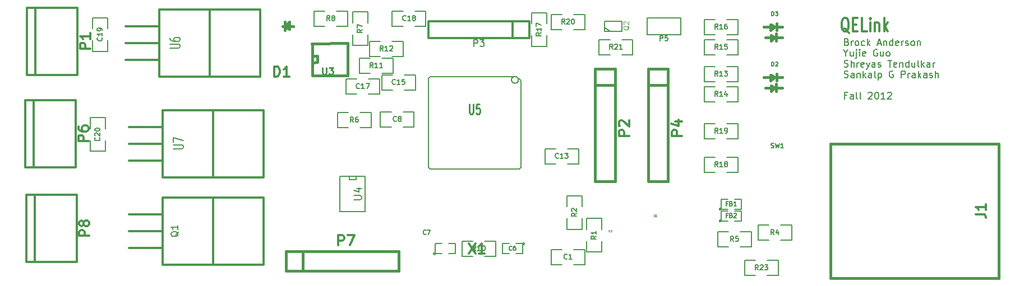
<source format=gto>
G04 (created by PCBNEW-RS274X (2012-01-19 BZR 3256)-stable) date 10/27/2012 1:23:42 PM*
G01*
G70*
G90*
%MOIN*%
G04 Gerber Fmt 3.4, Leading zero omitted, Abs format*
%FSLAX34Y34*%
G04 APERTURE LIST*
%ADD10C,0.006000*%
%ADD11C,0.012000*%
%ADD12C,0.007500*%
%ADD13C,0.008000*%
%ADD14C,0.005000*%
%ADD15C,0.015000*%
%ADD16C,0.010000*%
%ADD17C,0.003000*%
%ADD18C,0.009900*%
%ADD19C,0.006900*%
%ADD20C,0.005900*%
G04 APERTURE END LIST*
G54D10*
G54D11*
X79007Y-32900D02*
X78950Y-32862D01*
X78893Y-32786D01*
X78807Y-32671D01*
X78750Y-32633D01*
X78693Y-32633D01*
X78721Y-32824D02*
X78664Y-32786D01*
X78607Y-32710D01*
X78578Y-32557D01*
X78578Y-32290D01*
X78607Y-32138D01*
X78664Y-32062D01*
X78721Y-32024D01*
X78835Y-32024D01*
X78893Y-32062D01*
X78950Y-32138D01*
X78978Y-32290D01*
X78978Y-32557D01*
X78950Y-32710D01*
X78893Y-32786D01*
X78835Y-32824D01*
X78721Y-32824D01*
X79236Y-32405D02*
X79436Y-32405D01*
X79522Y-32824D02*
X79236Y-32824D01*
X79236Y-32024D01*
X79522Y-32024D01*
X80065Y-32824D02*
X79779Y-32824D01*
X79779Y-32024D01*
X80265Y-32824D02*
X80265Y-32290D01*
X80265Y-32024D02*
X80236Y-32062D01*
X80265Y-32100D01*
X80293Y-32062D01*
X80265Y-32024D01*
X80265Y-32100D01*
X80551Y-32290D02*
X80551Y-32824D01*
X80551Y-32367D02*
X80579Y-32329D01*
X80637Y-32290D01*
X80722Y-32290D01*
X80779Y-32329D01*
X80808Y-32405D01*
X80808Y-32824D01*
X81094Y-32824D02*
X81094Y-32024D01*
X81151Y-32519D02*
X81322Y-32824D01*
X81322Y-32290D02*
X81094Y-32595D01*
G54D12*
X78879Y-33452D02*
X78936Y-33471D01*
X78955Y-33490D01*
X78974Y-33529D01*
X78974Y-33586D01*
X78955Y-33624D01*
X78936Y-33643D01*
X78898Y-33662D01*
X78745Y-33662D01*
X78745Y-33262D01*
X78879Y-33262D01*
X78917Y-33281D01*
X78936Y-33300D01*
X78955Y-33338D01*
X78955Y-33376D01*
X78936Y-33414D01*
X78917Y-33433D01*
X78879Y-33452D01*
X78745Y-33452D01*
X79145Y-33662D02*
X79145Y-33395D01*
X79145Y-33471D02*
X79164Y-33433D01*
X79183Y-33414D01*
X79221Y-33395D01*
X79260Y-33395D01*
X79450Y-33662D02*
X79412Y-33643D01*
X79393Y-33624D01*
X79374Y-33586D01*
X79374Y-33471D01*
X79393Y-33433D01*
X79412Y-33414D01*
X79450Y-33395D01*
X79508Y-33395D01*
X79546Y-33414D01*
X79565Y-33433D01*
X79584Y-33471D01*
X79584Y-33586D01*
X79565Y-33624D01*
X79546Y-33643D01*
X79508Y-33662D01*
X79450Y-33662D01*
X79927Y-33643D02*
X79889Y-33662D01*
X79812Y-33662D01*
X79774Y-33643D01*
X79755Y-33624D01*
X79736Y-33586D01*
X79736Y-33471D01*
X79755Y-33433D01*
X79774Y-33414D01*
X79812Y-33395D01*
X79889Y-33395D01*
X79927Y-33414D01*
X80098Y-33662D02*
X80098Y-33262D01*
X80136Y-33510D02*
X80251Y-33662D01*
X80251Y-33395D02*
X80098Y-33548D01*
X80708Y-33548D02*
X80899Y-33548D01*
X80670Y-33662D02*
X80803Y-33262D01*
X80937Y-33662D01*
X81070Y-33395D02*
X81070Y-33662D01*
X81070Y-33433D02*
X81089Y-33414D01*
X81127Y-33395D01*
X81185Y-33395D01*
X81223Y-33414D01*
X81242Y-33452D01*
X81242Y-33662D01*
X81604Y-33662D02*
X81604Y-33262D01*
X81604Y-33643D02*
X81566Y-33662D01*
X81489Y-33662D01*
X81451Y-33643D01*
X81432Y-33624D01*
X81413Y-33586D01*
X81413Y-33471D01*
X81432Y-33433D01*
X81451Y-33414D01*
X81489Y-33395D01*
X81566Y-33395D01*
X81604Y-33414D01*
X81947Y-33643D02*
X81909Y-33662D01*
X81832Y-33662D01*
X81794Y-33643D01*
X81775Y-33605D01*
X81775Y-33452D01*
X81794Y-33414D01*
X81832Y-33395D01*
X81909Y-33395D01*
X81947Y-33414D01*
X81966Y-33452D01*
X81966Y-33490D01*
X81775Y-33529D01*
X82137Y-33662D02*
X82137Y-33395D01*
X82137Y-33471D02*
X82156Y-33433D01*
X82175Y-33414D01*
X82213Y-33395D01*
X82252Y-33395D01*
X82366Y-33643D02*
X82404Y-33662D01*
X82480Y-33662D01*
X82519Y-33643D01*
X82538Y-33605D01*
X82538Y-33586D01*
X82519Y-33548D01*
X82480Y-33529D01*
X82423Y-33529D01*
X82385Y-33510D01*
X82366Y-33471D01*
X82366Y-33452D01*
X82385Y-33414D01*
X82423Y-33395D01*
X82480Y-33395D01*
X82519Y-33414D01*
X82766Y-33662D02*
X82728Y-33643D01*
X82709Y-33624D01*
X82690Y-33586D01*
X82690Y-33471D01*
X82709Y-33433D01*
X82728Y-33414D01*
X82766Y-33395D01*
X82824Y-33395D01*
X82862Y-33414D01*
X82881Y-33433D01*
X82900Y-33471D01*
X82900Y-33586D01*
X82881Y-33624D01*
X82862Y-33643D01*
X82824Y-33662D01*
X82766Y-33662D01*
X83071Y-33395D02*
X83071Y-33662D01*
X83071Y-33433D02*
X83090Y-33414D01*
X83128Y-33395D01*
X83186Y-33395D01*
X83224Y-33414D01*
X83243Y-33452D01*
X83243Y-33662D01*
X78821Y-34106D02*
X78821Y-34297D01*
X78688Y-33897D02*
X78821Y-34106D01*
X78955Y-33897D01*
X79260Y-34030D02*
X79260Y-34297D01*
X79088Y-34030D02*
X79088Y-34240D01*
X79107Y-34278D01*
X79145Y-34297D01*
X79203Y-34297D01*
X79241Y-34278D01*
X79260Y-34259D01*
X79450Y-34030D02*
X79450Y-34373D01*
X79431Y-34411D01*
X79393Y-34430D01*
X79374Y-34430D01*
X79450Y-33897D02*
X79431Y-33916D01*
X79450Y-33935D01*
X79469Y-33916D01*
X79450Y-33897D01*
X79450Y-33935D01*
X79640Y-34297D02*
X79640Y-34030D01*
X79640Y-33897D02*
X79621Y-33916D01*
X79640Y-33935D01*
X79659Y-33916D01*
X79640Y-33897D01*
X79640Y-33935D01*
X79983Y-34278D02*
X79945Y-34297D01*
X79868Y-34297D01*
X79830Y-34278D01*
X79811Y-34240D01*
X79811Y-34087D01*
X79830Y-34049D01*
X79868Y-34030D01*
X79945Y-34030D01*
X79983Y-34049D01*
X80002Y-34087D01*
X80002Y-34125D01*
X79811Y-34164D01*
X80688Y-33916D02*
X80650Y-33897D01*
X80593Y-33897D01*
X80535Y-33916D01*
X80497Y-33954D01*
X80478Y-33992D01*
X80459Y-34068D01*
X80459Y-34125D01*
X80478Y-34202D01*
X80497Y-34240D01*
X80535Y-34278D01*
X80593Y-34297D01*
X80631Y-34297D01*
X80688Y-34278D01*
X80707Y-34259D01*
X80707Y-34125D01*
X80631Y-34125D01*
X81050Y-34030D02*
X81050Y-34297D01*
X80878Y-34030D02*
X80878Y-34240D01*
X80897Y-34278D01*
X80935Y-34297D01*
X80993Y-34297D01*
X81031Y-34278D01*
X81050Y-34259D01*
X81297Y-34297D02*
X81259Y-34278D01*
X81240Y-34259D01*
X81221Y-34221D01*
X81221Y-34106D01*
X81240Y-34068D01*
X81259Y-34049D01*
X81297Y-34030D01*
X81355Y-34030D01*
X81393Y-34049D01*
X81412Y-34068D01*
X81431Y-34106D01*
X81431Y-34221D01*
X81412Y-34259D01*
X81393Y-34278D01*
X81355Y-34297D01*
X81297Y-34297D01*
X78726Y-34913D02*
X78783Y-34932D01*
X78879Y-34932D01*
X78917Y-34913D01*
X78936Y-34894D01*
X78955Y-34856D01*
X78955Y-34818D01*
X78936Y-34780D01*
X78917Y-34760D01*
X78879Y-34741D01*
X78802Y-34722D01*
X78764Y-34703D01*
X78745Y-34684D01*
X78726Y-34646D01*
X78726Y-34608D01*
X78745Y-34570D01*
X78764Y-34551D01*
X78802Y-34532D01*
X78898Y-34532D01*
X78955Y-34551D01*
X79126Y-34932D02*
X79126Y-34532D01*
X79298Y-34932D02*
X79298Y-34722D01*
X79279Y-34684D01*
X79241Y-34665D01*
X79183Y-34665D01*
X79145Y-34684D01*
X79126Y-34703D01*
X79488Y-34932D02*
X79488Y-34665D01*
X79488Y-34741D02*
X79507Y-34703D01*
X79526Y-34684D01*
X79564Y-34665D01*
X79603Y-34665D01*
X79889Y-34913D02*
X79851Y-34932D01*
X79774Y-34932D01*
X79736Y-34913D01*
X79717Y-34875D01*
X79717Y-34722D01*
X79736Y-34684D01*
X79774Y-34665D01*
X79851Y-34665D01*
X79889Y-34684D01*
X79908Y-34722D01*
X79908Y-34760D01*
X79717Y-34799D01*
X80041Y-34665D02*
X80136Y-34932D01*
X80232Y-34665D02*
X80136Y-34932D01*
X80098Y-35027D01*
X80079Y-35046D01*
X80041Y-35065D01*
X80556Y-34932D02*
X80556Y-34722D01*
X80537Y-34684D01*
X80499Y-34665D01*
X80422Y-34665D01*
X80384Y-34684D01*
X80556Y-34913D02*
X80518Y-34932D01*
X80422Y-34932D01*
X80384Y-34913D01*
X80365Y-34875D01*
X80365Y-34837D01*
X80384Y-34799D01*
X80422Y-34780D01*
X80518Y-34780D01*
X80556Y-34760D01*
X80727Y-34913D02*
X80765Y-34932D01*
X80841Y-34932D01*
X80880Y-34913D01*
X80899Y-34875D01*
X80899Y-34856D01*
X80880Y-34818D01*
X80841Y-34799D01*
X80784Y-34799D01*
X80746Y-34780D01*
X80727Y-34741D01*
X80727Y-34722D01*
X80746Y-34684D01*
X80784Y-34665D01*
X80841Y-34665D01*
X80880Y-34684D01*
X81318Y-34532D02*
X81547Y-34532D01*
X81432Y-34932D02*
X81432Y-34532D01*
X81833Y-34913D02*
X81795Y-34932D01*
X81718Y-34932D01*
X81680Y-34913D01*
X81661Y-34875D01*
X81661Y-34722D01*
X81680Y-34684D01*
X81718Y-34665D01*
X81795Y-34665D01*
X81833Y-34684D01*
X81852Y-34722D01*
X81852Y-34760D01*
X81661Y-34799D01*
X82023Y-34665D02*
X82023Y-34932D01*
X82023Y-34703D02*
X82042Y-34684D01*
X82080Y-34665D01*
X82138Y-34665D01*
X82176Y-34684D01*
X82195Y-34722D01*
X82195Y-34932D01*
X82557Y-34932D02*
X82557Y-34532D01*
X82557Y-34913D02*
X82519Y-34932D01*
X82442Y-34932D01*
X82404Y-34913D01*
X82385Y-34894D01*
X82366Y-34856D01*
X82366Y-34741D01*
X82385Y-34703D01*
X82404Y-34684D01*
X82442Y-34665D01*
X82519Y-34665D01*
X82557Y-34684D01*
X82919Y-34665D02*
X82919Y-34932D01*
X82747Y-34665D02*
X82747Y-34875D01*
X82766Y-34913D01*
X82804Y-34932D01*
X82862Y-34932D01*
X82900Y-34913D01*
X82919Y-34894D01*
X83166Y-34932D02*
X83128Y-34913D01*
X83109Y-34875D01*
X83109Y-34532D01*
X83319Y-34932D02*
X83319Y-34532D01*
X83357Y-34780D02*
X83472Y-34932D01*
X83472Y-34665D02*
X83319Y-34818D01*
X83815Y-34932D02*
X83815Y-34722D01*
X83796Y-34684D01*
X83758Y-34665D01*
X83681Y-34665D01*
X83643Y-34684D01*
X83815Y-34913D02*
X83777Y-34932D01*
X83681Y-34932D01*
X83643Y-34913D01*
X83624Y-34875D01*
X83624Y-34837D01*
X83643Y-34799D01*
X83681Y-34780D01*
X83777Y-34780D01*
X83815Y-34760D01*
X84005Y-34932D02*
X84005Y-34665D01*
X84005Y-34741D02*
X84024Y-34703D01*
X84043Y-34684D01*
X84081Y-34665D01*
X84120Y-34665D01*
X78726Y-35548D02*
X78783Y-35567D01*
X78879Y-35567D01*
X78917Y-35548D01*
X78936Y-35529D01*
X78955Y-35491D01*
X78955Y-35453D01*
X78936Y-35415D01*
X78917Y-35395D01*
X78879Y-35376D01*
X78802Y-35357D01*
X78764Y-35338D01*
X78745Y-35319D01*
X78726Y-35281D01*
X78726Y-35243D01*
X78745Y-35205D01*
X78764Y-35186D01*
X78802Y-35167D01*
X78898Y-35167D01*
X78955Y-35186D01*
X79298Y-35567D02*
X79298Y-35357D01*
X79279Y-35319D01*
X79241Y-35300D01*
X79164Y-35300D01*
X79126Y-35319D01*
X79298Y-35548D02*
X79260Y-35567D01*
X79164Y-35567D01*
X79126Y-35548D01*
X79107Y-35510D01*
X79107Y-35472D01*
X79126Y-35434D01*
X79164Y-35415D01*
X79260Y-35415D01*
X79298Y-35395D01*
X79488Y-35300D02*
X79488Y-35567D01*
X79488Y-35338D02*
X79507Y-35319D01*
X79545Y-35300D01*
X79603Y-35300D01*
X79641Y-35319D01*
X79660Y-35357D01*
X79660Y-35567D01*
X79850Y-35567D02*
X79850Y-35167D01*
X79888Y-35415D02*
X80003Y-35567D01*
X80003Y-35300D02*
X79850Y-35453D01*
X80346Y-35567D02*
X80346Y-35357D01*
X80327Y-35319D01*
X80289Y-35300D01*
X80212Y-35300D01*
X80174Y-35319D01*
X80346Y-35548D02*
X80308Y-35567D01*
X80212Y-35567D01*
X80174Y-35548D01*
X80155Y-35510D01*
X80155Y-35472D01*
X80174Y-35434D01*
X80212Y-35415D01*
X80308Y-35415D01*
X80346Y-35395D01*
X80593Y-35567D02*
X80555Y-35548D01*
X80536Y-35510D01*
X80536Y-35167D01*
X80746Y-35300D02*
X80746Y-35700D01*
X80746Y-35319D02*
X80784Y-35300D01*
X80861Y-35300D01*
X80899Y-35319D01*
X80918Y-35338D01*
X80937Y-35376D01*
X80937Y-35491D01*
X80918Y-35529D01*
X80899Y-35548D01*
X80861Y-35567D01*
X80784Y-35567D01*
X80746Y-35548D01*
X81623Y-35186D02*
X81585Y-35167D01*
X81528Y-35167D01*
X81470Y-35186D01*
X81432Y-35224D01*
X81413Y-35262D01*
X81394Y-35338D01*
X81394Y-35395D01*
X81413Y-35472D01*
X81432Y-35510D01*
X81470Y-35548D01*
X81528Y-35567D01*
X81566Y-35567D01*
X81623Y-35548D01*
X81642Y-35529D01*
X81642Y-35395D01*
X81566Y-35395D01*
X82118Y-35567D02*
X82118Y-35167D01*
X82271Y-35167D01*
X82309Y-35186D01*
X82328Y-35205D01*
X82347Y-35243D01*
X82347Y-35300D01*
X82328Y-35338D01*
X82309Y-35357D01*
X82271Y-35376D01*
X82118Y-35376D01*
X82518Y-35567D02*
X82518Y-35300D01*
X82518Y-35376D02*
X82537Y-35338D01*
X82556Y-35319D01*
X82594Y-35300D01*
X82633Y-35300D01*
X82938Y-35567D02*
X82938Y-35357D01*
X82919Y-35319D01*
X82881Y-35300D01*
X82804Y-35300D01*
X82766Y-35319D01*
X82938Y-35548D02*
X82900Y-35567D01*
X82804Y-35567D01*
X82766Y-35548D01*
X82747Y-35510D01*
X82747Y-35472D01*
X82766Y-35434D01*
X82804Y-35415D01*
X82900Y-35415D01*
X82938Y-35395D01*
X83128Y-35567D02*
X83128Y-35167D01*
X83166Y-35415D02*
X83281Y-35567D01*
X83281Y-35300D02*
X83128Y-35453D01*
X83624Y-35567D02*
X83624Y-35357D01*
X83605Y-35319D01*
X83567Y-35300D01*
X83490Y-35300D01*
X83452Y-35319D01*
X83624Y-35548D02*
X83586Y-35567D01*
X83490Y-35567D01*
X83452Y-35548D01*
X83433Y-35510D01*
X83433Y-35472D01*
X83452Y-35434D01*
X83490Y-35415D01*
X83586Y-35415D01*
X83624Y-35395D01*
X83795Y-35548D02*
X83833Y-35567D01*
X83909Y-35567D01*
X83948Y-35548D01*
X83967Y-35510D01*
X83967Y-35491D01*
X83948Y-35453D01*
X83909Y-35434D01*
X83852Y-35434D01*
X83814Y-35415D01*
X83795Y-35376D01*
X83795Y-35357D01*
X83814Y-35319D01*
X83852Y-35300D01*
X83909Y-35300D01*
X83948Y-35319D01*
X84138Y-35567D02*
X84138Y-35167D01*
X84310Y-35567D02*
X84310Y-35357D01*
X84291Y-35319D01*
X84253Y-35300D01*
X84195Y-35300D01*
X84157Y-35319D01*
X84138Y-35338D01*
X78879Y-36627D02*
X78745Y-36627D01*
X78745Y-36837D02*
X78745Y-36437D01*
X78936Y-36437D01*
X79260Y-36837D02*
X79260Y-36627D01*
X79241Y-36589D01*
X79203Y-36570D01*
X79126Y-36570D01*
X79088Y-36589D01*
X79260Y-36818D02*
X79222Y-36837D01*
X79126Y-36837D01*
X79088Y-36818D01*
X79069Y-36780D01*
X79069Y-36742D01*
X79088Y-36704D01*
X79126Y-36685D01*
X79222Y-36685D01*
X79260Y-36665D01*
X79507Y-36837D02*
X79469Y-36818D01*
X79450Y-36780D01*
X79450Y-36437D01*
X79717Y-36837D02*
X79679Y-36818D01*
X79660Y-36780D01*
X79660Y-36437D01*
X80156Y-36475D02*
X80175Y-36456D01*
X80213Y-36437D01*
X80309Y-36437D01*
X80347Y-36456D01*
X80366Y-36475D01*
X80385Y-36513D01*
X80385Y-36551D01*
X80366Y-36608D01*
X80137Y-36837D01*
X80385Y-36837D01*
X80632Y-36437D02*
X80671Y-36437D01*
X80709Y-36456D01*
X80728Y-36475D01*
X80747Y-36513D01*
X80766Y-36589D01*
X80766Y-36685D01*
X80747Y-36761D01*
X80728Y-36799D01*
X80709Y-36818D01*
X80671Y-36837D01*
X80632Y-36837D01*
X80594Y-36818D01*
X80575Y-36799D01*
X80556Y-36761D01*
X80537Y-36685D01*
X80537Y-36589D01*
X80556Y-36513D01*
X80575Y-36475D01*
X80594Y-36456D01*
X80632Y-36437D01*
X81147Y-36837D02*
X80918Y-36837D01*
X81032Y-36837D02*
X81032Y-36437D01*
X80994Y-36494D01*
X80956Y-36532D01*
X80918Y-36551D01*
X81299Y-36475D02*
X81318Y-36456D01*
X81356Y-36437D01*
X81452Y-36437D01*
X81490Y-36456D01*
X81509Y-36475D01*
X81528Y-36513D01*
X81528Y-36551D01*
X81509Y-36608D01*
X81280Y-36837D01*
X81528Y-36837D01*
G54D13*
X59350Y-35700D02*
X59346Y-35738D01*
X59334Y-35776D01*
X59316Y-35810D01*
X59291Y-35840D01*
X59261Y-35865D01*
X59227Y-35884D01*
X59190Y-35895D01*
X59151Y-35899D01*
X59113Y-35896D01*
X59076Y-35885D01*
X59041Y-35867D01*
X59011Y-35842D01*
X58985Y-35812D01*
X58967Y-35778D01*
X58955Y-35741D01*
X58951Y-35702D01*
X58954Y-35664D01*
X58965Y-35627D01*
X58982Y-35592D01*
X59007Y-35562D01*
X59036Y-35536D01*
X59070Y-35517D01*
X59108Y-35505D01*
X59146Y-35501D01*
X59184Y-35504D01*
X59222Y-35514D01*
X59257Y-35532D01*
X59287Y-35556D01*
X59313Y-35585D01*
X59332Y-35619D01*
X59345Y-35656D01*
X59349Y-35695D01*
X59350Y-35700D01*
X59500Y-35750D02*
X59250Y-35500D01*
X54000Y-35600D02*
X54100Y-35500D01*
X54000Y-40900D02*
X54100Y-41000D01*
X59400Y-41000D02*
X59500Y-40900D01*
X59250Y-35500D02*
X54100Y-35500D01*
X54000Y-35600D02*
X54000Y-40900D01*
X54100Y-41000D02*
X59400Y-41000D01*
X59500Y-40900D02*
X59500Y-35750D01*
G54D11*
X36200Y-43700D02*
X38200Y-43700D01*
X36200Y-44700D02*
X38200Y-44700D01*
X36200Y-45700D02*
X38200Y-45700D01*
X38200Y-46700D02*
X44200Y-46700D01*
X44200Y-46700D02*
X44200Y-42700D01*
X44200Y-42700D02*
X38200Y-42700D01*
X38200Y-42700D02*
X38200Y-46700D01*
X41200Y-46200D02*
X41200Y-42700D01*
X41200Y-46200D02*
X41200Y-46700D01*
G54D14*
X64800Y-32800D02*
X64500Y-32600D01*
X65500Y-32800D02*
X64475Y-32800D01*
X64475Y-32800D02*
X64475Y-32200D01*
X64475Y-32200D02*
X65500Y-32200D01*
X65500Y-32200D02*
X65500Y-32800D01*
X48800Y-41450D02*
X48750Y-41450D01*
X48750Y-41450D02*
X48750Y-43550D01*
X50250Y-43550D02*
X50250Y-41450D01*
X50250Y-41450D02*
X48800Y-41450D01*
X49700Y-41450D02*
X49700Y-41650D01*
X49700Y-41650D02*
X49300Y-41650D01*
X49300Y-41650D02*
X49300Y-41450D01*
X50250Y-43550D02*
X48750Y-43550D01*
X49900Y-34400D02*
X49900Y-35300D01*
X49900Y-35300D02*
X50550Y-35300D01*
X51250Y-34400D02*
X51900Y-34400D01*
X51900Y-34400D02*
X51900Y-35300D01*
X51900Y-35300D02*
X51250Y-35300D01*
X50550Y-34400D02*
X49900Y-34400D01*
X62250Y-44600D02*
X63150Y-44600D01*
X63150Y-44600D02*
X63150Y-43950D01*
X62250Y-43250D02*
X62250Y-42600D01*
X62250Y-42600D02*
X63150Y-42600D01*
X63150Y-42600D02*
X63150Y-43250D01*
X62250Y-43950D02*
X62250Y-44600D01*
X75600Y-45250D02*
X75600Y-44350D01*
X75600Y-44350D02*
X74950Y-44350D01*
X74250Y-45250D02*
X73600Y-45250D01*
X73600Y-45250D02*
X73600Y-44350D01*
X73600Y-44350D02*
X74250Y-44350D01*
X74950Y-45250D02*
X75600Y-45250D01*
X71200Y-44750D02*
X71200Y-45650D01*
X71200Y-45650D02*
X71850Y-45650D01*
X72550Y-44750D02*
X73200Y-44750D01*
X73200Y-44750D02*
X73200Y-45650D01*
X73200Y-45650D02*
X72550Y-45650D01*
X71850Y-44750D02*
X71200Y-44750D01*
X50600Y-38550D02*
X50600Y-37650D01*
X50600Y-37650D02*
X49950Y-37650D01*
X49250Y-38550D02*
X48600Y-38550D01*
X48600Y-38550D02*
X48600Y-37650D01*
X48600Y-37650D02*
X49250Y-37650D01*
X49950Y-38550D02*
X50600Y-38550D01*
X49500Y-33650D02*
X50400Y-33650D01*
X50400Y-33650D02*
X50400Y-33000D01*
X49500Y-32300D02*
X49500Y-31650D01*
X49500Y-31650D02*
X50400Y-31650D01*
X50400Y-31650D02*
X50400Y-32300D01*
X49500Y-33000D02*
X49500Y-33650D01*
X49200Y-32500D02*
X49200Y-31600D01*
X49200Y-31600D02*
X48550Y-31600D01*
X47850Y-32500D02*
X47200Y-32500D01*
X47200Y-32500D02*
X47200Y-31600D01*
X47200Y-31600D02*
X47850Y-31600D01*
X48550Y-32500D02*
X49200Y-32500D01*
X58000Y-46200D02*
X58000Y-45300D01*
X58000Y-45300D02*
X57350Y-45300D01*
X56650Y-46200D02*
X56000Y-46200D01*
X56000Y-46200D02*
X56000Y-45300D01*
X56000Y-45300D02*
X56650Y-45300D01*
X57350Y-46200D02*
X58000Y-46200D01*
X63400Y-45950D02*
X64300Y-45950D01*
X64300Y-45950D02*
X64300Y-45300D01*
X63400Y-44600D02*
X63400Y-43950D01*
X63400Y-43950D02*
X64300Y-43950D01*
X64300Y-43950D02*
X64300Y-44600D01*
X63400Y-45300D02*
X63400Y-45950D01*
X50500Y-33400D02*
X50500Y-34300D01*
X50500Y-34300D02*
X51150Y-34300D01*
X51850Y-33400D02*
X52500Y-33400D01*
X52500Y-33400D02*
X52500Y-34300D01*
X52500Y-34300D02*
X51850Y-34300D01*
X51150Y-33400D02*
X50500Y-33400D01*
X70400Y-34900D02*
X70400Y-35800D01*
X70400Y-35800D02*
X71050Y-35800D01*
X71750Y-34900D02*
X72400Y-34900D01*
X72400Y-34900D02*
X72400Y-35800D01*
X72400Y-35800D02*
X71750Y-35800D01*
X71050Y-34900D02*
X70400Y-34900D01*
X70400Y-36100D02*
X70400Y-37000D01*
X70400Y-37000D02*
X71050Y-37000D01*
X71750Y-36100D02*
X72400Y-36100D01*
X72400Y-36100D02*
X72400Y-37000D01*
X72400Y-37000D02*
X71750Y-37000D01*
X71050Y-36100D02*
X70400Y-36100D01*
X70400Y-33300D02*
X70400Y-34200D01*
X70400Y-34200D02*
X71050Y-34200D01*
X71750Y-33300D02*
X72400Y-33300D01*
X72400Y-33300D02*
X72400Y-34200D01*
X72400Y-34200D02*
X71750Y-34200D01*
X71050Y-33300D02*
X70400Y-33300D01*
X70400Y-32100D02*
X70400Y-33000D01*
X70400Y-33000D02*
X71050Y-33000D01*
X71750Y-32100D02*
X72400Y-32100D01*
X72400Y-32100D02*
X72400Y-33000D01*
X72400Y-33000D02*
X71750Y-33000D01*
X71050Y-32100D02*
X70400Y-32100D01*
X61050Y-31700D02*
X60150Y-31700D01*
X60150Y-31700D02*
X60150Y-32350D01*
X61050Y-33050D02*
X61050Y-33700D01*
X61050Y-33700D02*
X60150Y-33700D01*
X60150Y-33700D02*
X60150Y-33050D01*
X61050Y-32350D02*
X61050Y-31700D01*
X70400Y-40300D02*
X70400Y-41200D01*
X70400Y-41200D02*
X71050Y-41200D01*
X71750Y-40300D02*
X72400Y-40300D01*
X72400Y-40300D02*
X72400Y-41200D01*
X72400Y-41200D02*
X71750Y-41200D01*
X71050Y-40300D02*
X70400Y-40300D01*
X72400Y-39200D02*
X72400Y-38300D01*
X72400Y-38300D02*
X71750Y-38300D01*
X71050Y-39200D02*
X70400Y-39200D01*
X70400Y-39200D02*
X70400Y-38300D01*
X70400Y-38300D02*
X71050Y-38300D01*
X71750Y-39200D02*
X72400Y-39200D01*
X61300Y-31800D02*
X61300Y-32700D01*
X61300Y-32700D02*
X61950Y-32700D01*
X62650Y-31800D02*
X63300Y-31800D01*
X63300Y-31800D02*
X63300Y-32700D01*
X63300Y-32700D02*
X62650Y-32700D01*
X61950Y-31800D02*
X61300Y-31800D01*
X64150Y-33300D02*
X64150Y-34200D01*
X64150Y-34200D02*
X64800Y-34200D01*
X65500Y-33300D02*
X66150Y-33300D01*
X66150Y-33300D02*
X66150Y-34200D01*
X66150Y-34200D02*
X65500Y-34200D01*
X64800Y-33300D02*
X64150Y-33300D01*
X53150Y-38500D02*
X53150Y-37600D01*
X53150Y-37600D02*
X52500Y-37600D01*
X51800Y-38500D02*
X51150Y-38500D01*
X51150Y-38500D02*
X51150Y-37600D01*
X51150Y-37600D02*
X51800Y-37600D01*
X52500Y-38500D02*
X53150Y-38500D01*
X62925Y-40700D02*
X62925Y-39800D01*
X62925Y-39800D02*
X62275Y-39800D01*
X61575Y-40700D02*
X60925Y-40700D01*
X60925Y-40700D02*
X60925Y-39800D01*
X60925Y-39800D02*
X61575Y-39800D01*
X62275Y-40700D02*
X62925Y-40700D01*
X63300Y-46700D02*
X63300Y-45800D01*
X63300Y-45800D02*
X62650Y-45800D01*
X61950Y-46700D02*
X61300Y-46700D01*
X61300Y-46700D02*
X61300Y-45800D01*
X61300Y-45800D02*
X61950Y-45800D01*
X62650Y-46700D02*
X63300Y-46700D01*
X51225Y-35400D02*
X51225Y-36300D01*
X51225Y-36300D02*
X51875Y-36300D01*
X52575Y-35400D02*
X53225Y-35400D01*
X53225Y-35400D02*
X53225Y-36300D01*
X53225Y-36300D02*
X52575Y-36300D01*
X51875Y-35400D02*
X51225Y-35400D01*
X49100Y-35650D02*
X49100Y-36550D01*
X49100Y-36550D02*
X49750Y-36550D01*
X50450Y-35650D02*
X51100Y-35650D01*
X51100Y-35650D02*
X51100Y-36550D01*
X51100Y-36550D02*
X50450Y-36550D01*
X49750Y-35650D02*
X49100Y-35650D01*
X34950Y-32000D02*
X34050Y-32000D01*
X34050Y-32000D02*
X34050Y-32650D01*
X34950Y-33350D02*
X34950Y-34000D01*
X34950Y-34000D02*
X34050Y-34000D01*
X34050Y-34000D02*
X34050Y-33350D01*
X34950Y-32650D02*
X34950Y-32000D01*
X33900Y-39950D02*
X34800Y-39950D01*
X34800Y-39950D02*
X34800Y-39300D01*
X33900Y-38600D02*
X33900Y-37950D01*
X33900Y-37950D02*
X34800Y-37950D01*
X34800Y-37950D02*
X34800Y-38600D01*
X33900Y-39300D02*
X33900Y-39950D01*
X53850Y-32500D02*
X53850Y-31600D01*
X53850Y-31600D02*
X53200Y-31600D01*
X52500Y-32500D02*
X51850Y-32500D01*
X51850Y-32500D02*
X51850Y-31600D01*
X51850Y-31600D02*
X52500Y-31600D01*
X53200Y-32500D02*
X53850Y-32500D01*
X71400Y-43400D02*
X71399Y-43409D01*
X71396Y-43419D01*
X71391Y-43427D01*
X71385Y-43435D01*
X71377Y-43441D01*
X71369Y-43446D01*
X71360Y-43448D01*
X71350Y-43449D01*
X71341Y-43449D01*
X71332Y-43446D01*
X71323Y-43441D01*
X71316Y-43435D01*
X71309Y-43428D01*
X71305Y-43419D01*
X71302Y-43410D01*
X71301Y-43400D01*
X71301Y-43391D01*
X71304Y-43382D01*
X71308Y-43373D01*
X71315Y-43366D01*
X71322Y-43359D01*
X71330Y-43355D01*
X71340Y-43352D01*
X71349Y-43351D01*
X71358Y-43351D01*
X71368Y-43354D01*
X71376Y-43358D01*
X71384Y-43364D01*
X71390Y-43372D01*
X71395Y-43380D01*
X71398Y-43389D01*
X71399Y-43399D01*
X71400Y-43400D01*
X71800Y-43400D02*
X71400Y-43400D01*
X71400Y-43400D02*
X71400Y-42800D01*
X71400Y-42800D02*
X71800Y-42800D01*
X72200Y-42800D02*
X72600Y-42800D01*
X72600Y-42800D02*
X72600Y-43400D01*
X72600Y-43400D02*
X72200Y-43400D01*
X71400Y-44100D02*
X71399Y-44109D01*
X71396Y-44119D01*
X71391Y-44127D01*
X71385Y-44135D01*
X71377Y-44141D01*
X71369Y-44146D01*
X71360Y-44148D01*
X71350Y-44149D01*
X71341Y-44149D01*
X71332Y-44146D01*
X71323Y-44141D01*
X71316Y-44135D01*
X71309Y-44128D01*
X71305Y-44119D01*
X71302Y-44110D01*
X71301Y-44100D01*
X71301Y-44091D01*
X71304Y-44082D01*
X71308Y-44073D01*
X71315Y-44066D01*
X71322Y-44059D01*
X71330Y-44055D01*
X71340Y-44052D01*
X71349Y-44051D01*
X71358Y-44051D01*
X71368Y-44054D01*
X71376Y-44058D01*
X71384Y-44064D01*
X71390Y-44072D01*
X71395Y-44080D01*
X71398Y-44089D01*
X71399Y-44099D01*
X71400Y-44100D01*
X71800Y-44100D02*
X71400Y-44100D01*
X71400Y-44100D02*
X71400Y-43500D01*
X71400Y-43500D02*
X71800Y-43500D01*
X72200Y-43500D02*
X72600Y-43500D01*
X72600Y-43500D02*
X72600Y-44100D01*
X72600Y-44100D02*
X72200Y-44100D01*
X59700Y-45450D02*
X59699Y-45459D01*
X59696Y-45469D01*
X59691Y-45477D01*
X59685Y-45485D01*
X59677Y-45491D01*
X59669Y-45496D01*
X59660Y-45498D01*
X59650Y-45499D01*
X59641Y-45499D01*
X59632Y-45496D01*
X59623Y-45491D01*
X59616Y-45485D01*
X59609Y-45478D01*
X59605Y-45469D01*
X59602Y-45460D01*
X59601Y-45450D01*
X59601Y-45441D01*
X59604Y-45432D01*
X59608Y-45423D01*
X59615Y-45416D01*
X59622Y-45409D01*
X59630Y-45405D01*
X59640Y-45402D01*
X59649Y-45401D01*
X59658Y-45401D01*
X59668Y-45404D01*
X59676Y-45408D01*
X59684Y-45414D01*
X59690Y-45422D01*
X59695Y-45430D01*
X59698Y-45439D01*
X59699Y-45449D01*
X59700Y-45450D01*
X59200Y-45450D02*
X59600Y-45450D01*
X59600Y-45450D02*
X59600Y-46050D01*
X59600Y-46050D02*
X59200Y-46050D01*
X58800Y-46050D02*
X58400Y-46050D01*
X58400Y-46050D02*
X58400Y-45450D01*
X58400Y-45450D02*
X58800Y-45450D01*
X54400Y-46050D02*
X54399Y-46059D01*
X54396Y-46069D01*
X54391Y-46077D01*
X54385Y-46085D01*
X54377Y-46091D01*
X54369Y-46096D01*
X54360Y-46098D01*
X54350Y-46099D01*
X54341Y-46099D01*
X54332Y-46096D01*
X54323Y-46091D01*
X54316Y-46085D01*
X54309Y-46078D01*
X54305Y-46069D01*
X54302Y-46060D01*
X54301Y-46050D01*
X54301Y-46041D01*
X54304Y-46032D01*
X54308Y-46023D01*
X54315Y-46016D01*
X54322Y-46009D01*
X54330Y-46005D01*
X54340Y-46002D01*
X54349Y-46001D01*
X54358Y-46001D01*
X54368Y-46004D01*
X54376Y-46008D01*
X54384Y-46014D01*
X54390Y-46022D01*
X54395Y-46030D01*
X54398Y-46039D01*
X54399Y-46049D01*
X54400Y-46050D01*
X54800Y-46050D02*
X54400Y-46050D01*
X54400Y-46050D02*
X54400Y-45450D01*
X54400Y-45450D02*
X54800Y-45450D01*
X55200Y-45450D02*
X55600Y-45450D01*
X55600Y-45450D02*
X55600Y-46050D01*
X55600Y-46050D02*
X55200Y-46050D01*
G54D10*
X69000Y-32000D02*
X69000Y-33000D01*
X69000Y-33000D02*
X67000Y-33000D01*
X67000Y-33000D02*
X67000Y-32000D01*
X67000Y-32000D02*
X69000Y-32000D01*
G54D11*
X60000Y-32200D02*
X60000Y-33200D01*
X60000Y-33200D02*
X54000Y-33200D01*
X54000Y-33200D02*
X54000Y-32200D01*
X54000Y-32200D02*
X60000Y-32200D01*
X59000Y-32200D02*
X59000Y-33200D01*
X36000Y-32500D02*
X38000Y-32500D01*
X36000Y-33500D02*
X38000Y-33500D01*
X36000Y-34500D02*
X38000Y-34500D01*
X38000Y-32000D02*
X38000Y-35500D01*
X38000Y-35500D02*
X44000Y-35500D01*
X44000Y-35500D02*
X44000Y-31500D01*
X38000Y-32000D02*
X38000Y-31500D01*
X41000Y-35000D02*
X41000Y-31500D01*
X41000Y-35000D02*
X41000Y-35500D01*
X38000Y-31500D02*
X44000Y-31500D01*
X36200Y-38500D02*
X38200Y-38500D01*
X36200Y-39500D02*
X38200Y-39500D01*
X36200Y-40500D02*
X38200Y-40500D01*
X38200Y-38000D02*
X38200Y-41500D01*
X38200Y-41500D02*
X44200Y-41500D01*
X44200Y-41500D02*
X44200Y-37500D01*
X38200Y-38000D02*
X38200Y-37500D01*
X41200Y-41000D02*
X41200Y-37500D01*
X41200Y-41000D02*
X41200Y-41500D01*
X38200Y-37500D02*
X44200Y-37500D01*
G54D15*
X47146Y-34669D02*
X47409Y-34661D01*
X47409Y-34661D02*
X47417Y-34291D01*
X47417Y-34291D02*
X47193Y-34295D01*
X47102Y-33571D02*
X47098Y-35449D01*
X47098Y-35449D02*
X49201Y-35433D01*
X49201Y-35433D02*
X49217Y-33531D01*
X49217Y-33531D02*
X47071Y-33543D01*
X65091Y-36031D02*
X63909Y-36031D01*
X65091Y-35047D02*
X63909Y-35047D01*
X63909Y-35047D02*
X63909Y-41740D01*
X63909Y-41740D02*
X65091Y-41740D01*
X65091Y-41740D02*
X65091Y-35047D01*
X68241Y-36031D02*
X67059Y-36031D01*
X68241Y-35047D02*
X67059Y-35047D01*
X67059Y-35047D02*
X67059Y-41740D01*
X67059Y-41740D02*
X68241Y-41740D01*
X68241Y-41740D02*
X68241Y-35047D01*
X45512Y-32500D02*
X45748Y-32264D01*
X45748Y-32264D02*
X45748Y-32697D01*
X45748Y-32697D02*
X45512Y-32539D01*
X45472Y-32264D02*
X45472Y-32736D01*
X45984Y-32500D02*
X45354Y-32500D01*
X74701Y-33189D02*
X75056Y-33189D01*
X74662Y-32953D02*
X74662Y-33386D01*
X74386Y-33386D02*
X74583Y-33189D01*
X74583Y-33189D02*
X74386Y-33032D01*
X74386Y-33032D02*
X74386Y-33386D01*
X74032Y-33189D02*
X74308Y-33189D01*
X74583Y-32558D02*
X74386Y-32401D01*
X74346Y-32755D02*
X74583Y-32558D01*
X74346Y-32401D02*
X74346Y-32755D01*
X74701Y-32361D02*
X74701Y-32755D01*
X73953Y-32558D02*
X74228Y-32558D01*
X74779Y-32558D02*
X75055Y-32558D01*
X74779Y-32558D02*
X75055Y-32558D01*
X73953Y-32558D02*
X74228Y-32558D01*
X74701Y-32361D02*
X74701Y-32755D01*
X74346Y-32401D02*
X74346Y-32755D01*
X74346Y-32755D02*
X74583Y-32558D01*
X74583Y-32558D02*
X74386Y-32401D01*
X74583Y-32558D02*
X74386Y-32401D01*
X74346Y-32755D02*
X74583Y-32558D01*
X74346Y-32401D02*
X74346Y-32755D01*
X74701Y-32361D02*
X74701Y-32755D01*
X73953Y-32558D02*
X74228Y-32558D01*
X74779Y-32558D02*
X75055Y-32558D01*
X74779Y-32558D02*
X75055Y-32558D01*
X73953Y-32558D02*
X74228Y-32558D01*
X74701Y-32361D02*
X74701Y-32755D01*
X74346Y-32401D02*
X74346Y-32755D01*
X74346Y-32755D02*
X74583Y-32558D01*
X74583Y-32558D02*
X74386Y-32401D01*
X74701Y-36189D02*
X75056Y-36189D01*
X74662Y-35953D02*
X74662Y-36386D01*
X74386Y-36386D02*
X74583Y-36189D01*
X74583Y-36189D02*
X74386Y-36032D01*
X74386Y-36032D02*
X74386Y-36386D01*
X74032Y-36189D02*
X74308Y-36189D01*
X74583Y-35558D02*
X74386Y-35401D01*
X74346Y-35755D02*
X74583Y-35558D01*
X74346Y-35401D02*
X74346Y-35755D01*
X74701Y-35361D02*
X74701Y-35755D01*
X73953Y-35558D02*
X74228Y-35558D01*
X74779Y-35558D02*
X75055Y-35558D01*
X74779Y-35558D02*
X75055Y-35558D01*
X73953Y-35558D02*
X74228Y-35558D01*
X74701Y-35361D02*
X74701Y-35755D01*
X74346Y-35401D02*
X74346Y-35755D01*
X74346Y-35755D02*
X74583Y-35558D01*
X74583Y-35558D02*
X74386Y-35401D01*
X74583Y-35558D02*
X74386Y-35401D01*
X74346Y-35755D02*
X74583Y-35558D01*
X74346Y-35401D02*
X74346Y-35755D01*
X74701Y-35361D02*
X74701Y-35755D01*
X73953Y-35558D02*
X74228Y-35558D01*
X74779Y-35558D02*
X75055Y-35558D01*
X74779Y-35558D02*
X75055Y-35558D01*
X73953Y-35558D02*
X74228Y-35558D01*
X74701Y-35361D02*
X74701Y-35755D01*
X74346Y-35401D02*
X74346Y-35755D01*
X74346Y-35755D02*
X74583Y-35558D01*
X74583Y-35558D02*
X74386Y-35401D01*
G54D14*
X72800Y-46450D02*
X72800Y-47350D01*
X72800Y-47350D02*
X73450Y-47350D01*
X74150Y-46450D02*
X74800Y-46450D01*
X74800Y-46450D02*
X74800Y-47350D01*
X74800Y-47350D02*
X74150Y-47350D01*
X73450Y-46450D02*
X72800Y-46450D01*
G54D15*
X46531Y-45909D02*
X46531Y-47091D01*
X45547Y-45909D02*
X45547Y-47091D01*
X45547Y-47091D02*
X52240Y-47091D01*
X52240Y-47091D02*
X52240Y-45909D01*
X52240Y-45909D02*
X45547Y-45909D01*
G54D11*
X30600Y-46550D02*
X30600Y-42550D01*
X30100Y-46550D02*
X33100Y-46550D01*
X33100Y-46550D02*
X33100Y-42550D01*
X33100Y-42550D02*
X30100Y-42550D01*
X30100Y-42550D02*
X30100Y-46550D01*
X30650Y-35400D02*
X30650Y-31400D01*
X30150Y-35400D02*
X33150Y-35400D01*
X33150Y-35400D02*
X33150Y-31400D01*
X33150Y-31400D02*
X30150Y-31400D01*
X30150Y-31400D02*
X30150Y-35400D01*
X30550Y-40900D02*
X30550Y-36900D01*
X30050Y-40900D02*
X33050Y-40900D01*
X33050Y-40900D02*
X33050Y-36900D01*
X33050Y-36900D02*
X30050Y-36900D01*
X30050Y-36900D02*
X30050Y-40900D01*
G54D15*
X87900Y-39500D02*
X77900Y-39500D01*
X77900Y-39500D02*
X77900Y-47500D01*
X77900Y-47500D02*
X87900Y-47500D01*
X87900Y-47500D02*
X87900Y-39500D01*
G54D16*
X56445Y-37143D02*
X56445Y-37629D01*
X56464Y-37686D01*
X56483Y-37714D01*
X56521Y-37743D01*
X56598Y-37743D01*
X56636Y-37714D01*
X56655Y-37686D01*
X56674Y-37629D01*
X56674Y-37143D01*
X57055Y-37143D02*
X56864Y-37143D01*
X56845Y-37429D01*
X56864Y-37400D01*
X56902Y-37371D01*
X56998Y-37371D01*
X57036Y-37400D01*
X57055Y-37429D01*
X57074Y-37486D01*
X57074Y-37629D01*
X57055Y-37686D01*
X57036Y-37714D01*
X56998Y-37743D01*
X56902Y-37743D01*
X56864Y-37714D01*
X56845Y-37686D01*
G54D13*
X39150Y-44738D02*
X39131Y-44776D01*
X39093Y-44814D01*
X39036Y-44871D01*
X39017Y-44910D01*
X39017Y-44948D01*
X39112Y-44929D02*
X39093Y-44967D01*
X39055Y-45005D01*
X38979Y-45024D01*
X38845Y-45024D01*
X38769Y-45005D01*
X38731Y-44967D01*
X38712Y-44929D01*
X38712Y-44852D01*
X38731Y-44814D01*
X38769Y-44776D01*
X38845Y-44757D01*
X38979Y-44757D01*
X39055Y-44776D01*
X39093Y-44814D01*
X39112Y-44852D01*
X39112Y-44929D01*
X39112Y-44376D02*
X39112Y-44605D01*
X39112Y-44491D02*
X38712Y-44491D01*
X38769Y-44529D01*
X38807Y-44567D01*
X38826Y-44605D01*
G54D17*
X65937Y-32490D02*
X65923Y-32518D01*
X65894Y-32547D01*
X65851Y-32590D01*
X65837Y-32618D01*
X65837Y-32647D01*
X65908Y-32632D02*
X65894Y-32661D01*
X65866Y-32690D01*
X65808Y-32704D01*
X65708Y-32704D01*
X65651Y-32690D01*
X65623Y-32661D01*
X65608Y-32632D01*
X65608Y-32575D01*
X65623Y-32547D01*
X65651Y-32518D01*
X65708Y-32504D01*
X65808Y-32504D01*
X65866Y-32518D01*
X65894Y-32547D01*
X65908Y-32575D01*
X65908Y-32632D01*
X65637Y-32390D02*
X65623Y-32376D01*
X65608Y-32347D01*
X65608Y-32276D01*
X65623Y-32247D01*
X65637Y-32233D01*
X65666Y-32218D01*
X65694Y-32218D01*
X65737Y-32233D01*
X65908Y-32404D01*
X65908Y-32218D01*
G54D10*
X49582Y-42843D02*
X49946Y-42843D01*
X49989Y-42821D01*
X50011Y-42800D01*
X50032Y-42757D01*
X50032Y-42671D01*
X50011Y-42629D01*
X49989Y-42607D01*
X49946Y-42586D01*
X49582Y-42586D01*
X49732Y-42179D02*
X50032Y-42179D01*
X49561Y-42286D02*
X49882Y-42393D01*
X49882Y-42115D01*
G54D14*
X50707Y-34971D02*
X50607Y-34829D01*
X50535Y-34971D02*
X50535Y-34671D01*
X50650Y-34671D01*
X50678Y-34686D01*
X50693Y-34700D01*
X50707Y-34729D01*
X50707Y-34771D01*
X50693Y-34800D01*
X50678Y-34814D01*
X50650Y-34829D01*
X50535Y-34829D01*
X50993Y-34971D02*
X50821Y-34971D01*
X50907Y-34971D02*
X50907Y-34671D01*
X50878Y-34714D01*
X50850Y-34743D01*
X50821Y-34757D01*
X51279Y-34971D02*
X51107Y-34971D01*
X51193Y-34971D02*
X51193Y-34671D01*
X51164Y-34714D01*
X51136Y-34743D01*
X51107Y-34757D01*
X62821Y-43650D02*
X62679Y-43750D01*
X62821Y-43822D02*
X62521Y-43822D01*
X62521Y-43707D01*
X62536Y-43679D01*
X62550Y-43664D01*
X62579Y-43650D01*
X62621Y-43650D01*
X62650Y-43664D01*
X62664Y-43679D01*
X62679Y-43707D01*
X62679Y-43822D01*
X62550Y-43536D02*
X62536Y-43522D01*
X62521Y-43493D01*
X62521Y-43422D01*
X62536Y-43393D01*
X62550Y-43379D01*
X62579Y-43364D01*
X62607Y-43364D01*
X62650Y-43379D01*
X62821Y-43550D01*
X62821Y-43364D01*
X74550Y-44921D02*
X74450Y-44779D01*
X74378Y-44921D02*
X74378Y-44621D01*
X74493Y-44621D01*
X74521Y-44636D01*
X74536Y-44650D01*
X74550Y-44679D01*
X74550Y-44721D01*
X74536Y-44750D01*
X74521Y-44764D01*
X74493Y-44779D01*
X74378Y-44779D01*
X74807Y-44721D02*
X74807Y-44921D01*
X74736Y-44607D02*
X74664Y-44821D01*
X74850Y-44821D01*
X72150Y-45321D02*
X72050Y-45179D01*
X71978Y-45321D02*
X71978Y-45021D01*
X72093Y-45021D01*
X72121Y-45036D01*
X72136Y-45050D01*
X72150Y-45079D01*
X72150Y-45121D01*
X72136Y-45150D01*
X72121Y-45164D01*
X72093Y-45179D01*
X71978Y-45179D01*
X72421Y-45021D02*
X72278Y-45021D01*
X72264Y-45164D01*
X72278Y-45150D01*
X72307Y-45136D01*
X72378Y-45136D01*
X72407Y-45150D01*
X72421Y-45164D01*
X72436Y-45193D01*
X72436Y-45264D01*
X72421Y-45293D01*
X72407Y-45307D01*
X72378Y-45321D01*
X72307Y-45321D01*
X72278Y-45307D01*
X72264Y-45293D01*
X49550Y-38221D02*
X49450Y-38079D01*
X49378Y-38221D02*
X49378Y-37921D01*
X49493Y-37921D01*
X49521Y-37936D01*
X49536Y-37950D01*
X49550Y-37979D01*
X49550Y-38021D01*
X49536Y-38050D01*
X49521Y-38064D01*
X49493Y-38079D01*
X49378Y-38079D01*
X49807Y-37921D02*
X49750Y-37921D01*
X49721Y-37936D01*
X49707Y-37950D01*
X49678Y-37993D01*
X49664Y-38050D01*
X49664Y-38164D01*
X49678Y-38193D01*
X49693Y-38207D01*
X49721Y-38221D01*
X49778Y-38221D01*
X49807Y-38207D01*
X49821Y-38193D01*
X49836Y-38164D01*
X49836Y-38093D01*
X49821Y-38064D01*
X49807Y-38050D01*
X49778Y-38036D01*
X49721Y-38036D01*
X49693Y-38050D01*
X49678Y-38064D01*
X49664Y-38093D01*
X50071Y-32700D02*
X49929Y-32800D01*
X50071Y-32872D02*
X49771Y-32872D01*
X49771Y-32757D01*
X49786Y-32729D01*
X49800Y-32714D01*
X49829Y-32700D01*
X49871Y-32700D01*
X49900Y-32714D01*
X49914Y-32729D01*
X49929Y-32757D01*
X49929Y-32872D01*
X49771Y-32600D02*
X49771Y-32400D01*
X50071Y-32529D01*
X48150Y-32171D02*
X48050Y-32029D01*
X47978Y-32171D02*
X47978Y-31871D01*
X48093Y-31871D01*
X48121Y-31886D01*
X48136Y-31900D01*
X48150Y-31929D01*
X48150Y-31971D01*
X48136Y-32000D01*
X48121Y-32014D01*
X48093Y-32029D01*
X47978Y-32029D01*
X48321Y-32000D02*
X48293Y-31986D01*
X48278Y-31971D01*
X48264Y-31943D01*
X48264Y-31929D01*
X48278Y-31900D01*
X48293Y-31886D01*
X48321Y-31871D01*
X48378Y-31871D01*
X48407Y-31886D01*
X48421Y-31900D01*
X48436Y-31929D01*
X48436Y-31943D01*
X48421Y-31971D01*
X48407Y-31986D01*
X48378Y-32000D01*
X48321Y-32000D01*
X48293Y-32014D01*
X48278Y-32029D01*
X48264Y-32057D01*
X48264Y-32114D01*
X48278Y-32143D01*
X48293Y-32157D01*
X48321Y-32171D01*
X48378Y-32171D01*
X48407Y-32157D01*
X48421Y-32143D01*
X48436Y-32114D01*
X48436Y-32057D01*
X48421Y-32029D01*
X48407Y-32014D01*
X48378Y-32000D01*
X56807Y-45871D02*
X56707Y-45729D01*
X56635Y-45871D02*
X56635Y-45571D01*
X56750Y-45571D01*
X56778Y-45586D01*
X56793Y-45600D01*
X56807Y-45629D01*
X56807Y-45671D01*
X56793Y-45700D01*
X56778Y-45714D01*
X56750Y-45729D01*
X56635Y-45729D01*
X57093Y-45871D02*
X56921Y-45871D01*
X57007Y-45871D02*
X57007Y-45571D01*
X56978Y-45614D01*
X56950Y-45643D01*
X56921Y-45657D01*
X57279Y-45571D02*
X57307Y-45571D01*
X57336Y-45586D01*
X57350Y-45600D01*
X57364Y-45629D01*
X57379Y-45686D01*
X57379Y-45757D01*
X57364Y-45814D01*
X57350Y-45843D01*
X57336Y-45857D01*
X57307Y-45871D01*
X57279Y-45871D01*
X57250Y-45857D01*
X57236Y-45843D01*
X57221Y-45814D01*
X57207Y-45757D01*
X57207Y-45686D01*
X57221Y-45629D01*
X57236Y-45600D01*
X57250Y-45586D01*
X57279Y-45571D01*
X63971Y-45000D02*
X63829Y-45100D01*
X63971Y-45172D02*
X63671Y-45172D01*
X63671Y-45057D01*
X63686Y-45029D01*
X63700Y-45014D01*
X63729Y-45000D01*
X63771Y-45000D01*
X63800Y-45014D01*
X63814Y-45029D01*
X63829Y-45057D01*
X63829Y-45172D01*
X63971Y-44714D02*
X63971Y-44886D01*
X63971Y-44800D02*
X63671Y-44800D01*
X63714Y-44829D01*
X63743Y-44857D01*
X63757Y-44886D01*
X51307Y-33971D02*
X51207Y-33829D01*
X51135Y-33971D02*
X51135Y-33671D01*
X51250Y-33671D01*
X51278Y-33686D01*
X51293Y-33700D01*
X51307Y-33729D01*
X51307Y-33771D01*
X51293Y-33800D01*
X51278Y-33814D01*
X51250Y-33829D01*
X51135Y-33829D01*
X51593Y-33971D02*
X51421Y-33971D01*
X51507Y-33971D02*
X51507Y-33671D01*
X51478Y-33714D01*
X51450Y-33743D01*
X51421Y-33757D01*
X51707Y-33700D02*
X51721Y-33686D01*
X51750Y-33671D01*
X51821Y-33671D01*
X51850Y-33686D01*
X51864Y-33700D01*
X51879Y-33729D01*
X51879Y-33757D01*
X51864Y-33800D01*
X51693Y-33971D01*
X51879Y-33971D01*
X71207Y-35471D02*
X71107Y-35329D01*
X71035Y-35471D02*
X71035Y-35171D01*
X71150Y-35171D01*
X71178Y-35186D01*
X71193Y-35200D01*
X71207Y-35229D01*
X71207Y-35271D01*
X71193Y-35300D01*
X71178Y-35314D01*
X71150Y-35329D01*
X71035Y-35329D01*
X71493Y-35471D02*
X71321Y-35471D01*
X71407Y-35471D02*
X71407Y-35171D01*
X71378Y-35214D01*
X71350Y-35243D01*
X71321Y-35257D01*
X71593Y-35171D02*
X71779Y-35171D01*
X71679Y-35286D01*
X71721Y-35286D01*
X71750Y-35300D01*
X71764Y-35314D01*
X71779Y-35343D01*
X71779Y-35414D01*
X71764Y-35443D01*
X71750Y-35457D01*
X71721Y-35471D01*
X71636Y-35471D01*
X71607Y-35457D01*
X71593Y-35443D01*
X71207Y-36671D02*
X71107Y-36529D01*
X71035Y-36671D02*
X71035Y-36371D01*
X71150Y-36371D01*
X71178Y-36386D01*
X71193Y-36400D01*
X71207Y-36429D01*
X71207Y-36471D01*
X71193Y-36500D01*
X71178Y-36514D01*
X71150Y-36529D01*
X71035Y-36529D01*
X71493Y-36671D02*
X71321Y-36671D01*
X71407Y-36671D02*
X71407Y-36371D01*
X71378Y-36414D01*
X71350Y-36443D01*
X71321Y-36457D01*
X71750Y-36471D02*
X71750Y-36671D01*
X71679Y-36357D02*
X71607Y-36571D01*
X71793Y-36571D01*
X71207Y-33871D02*
X71107Y-33729D01*
X71035Y-33871D02*
X71035Y-33571D01*
X71150Y-33571D01*
X71178Y-33586D01*
X71193Y-33600D01*
X71207Y-33629D01*
X71207Y-33671D01*
X71193Y-33700D01*
X71178Y-33714D01*
X71150Y-33729D01*
X71035Y-33729D01*
X71493Y-33871D02*
X71321Y-33871D01*
X71407Y-33871D02*
X71407Y-33571D01*
X71378Y-33614D01*
X71350Y-33643D01*
X71321Y-33657D01*
X71764Y-33571D02*
X71621Y-33571D01*
X71607Y-33714D01*
X71621Y-33700D01*
X71650Y-33686D01*
X71721Y-33686D01*
X71750Y-33700D01*
X71764Y-33714D01*
X71779Y-33743D01*
X71779Y-33814D01*
X71764Y-33843D01*
X71750Y-33857D01*
X71721Y-33871D01*
X71650Y-33871D01*
X71621Y-33857D01*
X71607Y-33843D01*
X71207Y-32671D02*
X71107Y-32529D01*
X71035Y-32671D02*
X71035Y-32371D01*
X71150Y-32371D01*
X71178Y-32386D01*
X71193Y-32400D01*
X71207Y-32429D01*
X71207Y-32471D01*
X71193Y-32500D01*
X71178Y-32514D01*
X71150Y-32529D01*
X71035Y-32529D01*
X71493Y-32671D02*
X71321Y-32671D01*
X71407Y-32671D02*
X71407Y-32371D01*
X71378Y-32414D01*
X71350Y-32443D01*
X71321Y-32457D01*
X71750Y-32371D02*
X71693Y-32371D01*
X71664Y-32386D01*
X71650Y-32400D01*
X71621Y-32443D01*
X71607Y-32500D01*
X71607Y-32614D01*
X71621Y-32643D01*
X71636Y-32657D01*
X71664Y-32671D01*
X71721Y-32671D01*
X71750Y-32657D01*
X71764Y-32643D01*
X71779Y-32614D01*
X71779Y-32543D01*
X71764Y-32514D01*
X71750Y-32500D01*
X71721Y-32486D01*
X71664Y-32486D01*
X71636Y-32500D01*
X71621Y-32514D01*
X71607Y-32543D01*
X60721Y-32893D02*
X60579Y-32993D01*
X60721Y-33065D02*
X60421Y-33065D01*
X60421Y-32950D01*
X60436Y-32922D01*
X60450Y-32907D01*
X60479Y-32893D01*
X60521Y-32893D01*
X60550Y-32907D01*
X60564Y-32922D01*
X60579Y-32950D01*
X60579Y-33065D01*
X60721Y-32607D02*
X60721Y-32779D01*
X60721Y-32693D02*
X60421Y-32693D01*
X60464Y-32722D01*
X60493Y-32750D01*
X60507Y-32779D01*
X60421Y-32507D02*
X60421Y-32307D01*
X60721Y-32436D01*
X71207Y-40871D02*
X71107Y-40729D01*
X71035Y-40871D02*
X71035Y-40571D01*
X71150Y-40571D01*
X71178Y-40586D01*
X71193Y-40600D01*
X71207Y-40629D01*
X71207Y-40671D01*
X71193Y-40700D01*
X71178Y-40714D01*
X71150Y-40729D01*
X71035Y-40729D01*
X71493Y-40871D02*
X71321Y-40871D01*
X71407Y-40871D02*
X71407Y-40571D01*
X71378Y-40614D01*
X71350Y-40643D01*
X71321Y-40657D01*
X71664Y-40700D02*
X71636Y-40686D01*
X71621Y-40671D01*
X71607Y-40643D01*
X71607Y-40629D01*
X71621Y-40600D01*
X71636Y-40586D01*
X71664Y-40571D01*
X71721Y-40571D01*
X71750Y-40586D01*
X71764Y-40600D01*
X71779Y-40629D01*
X71779Y-40643D01*
X71764Y-40671D01*
X71750Y-40686D01*
X71721Y-40700D01*
X71664Y-40700D01*
X71636Y-40714D01*
X71621Y-40729D01*
X71607Y-40757D01*
X71607Y-40814D01*
X71621Y-40843D01*
X71636Y-40857D01*
X71664Y-40871D01*
X71721Y-40871D01*
X71750Y-40857D01*
X71764Y-40843D01*
X71779Y-40814D01*
X71779Y-40757D01*
X71764Y-40729D01*
X71750Y-40714D01*
X71721Y-40700D01*
X71207Y-38871D02*
X71107Y-38729D01*
X71035Y-38871D02*
X71035Y-38571D01*
X71150Y-38571D01*
X71178Y-38586D01*
X71193Y-38600D01*
X71207Y-38629D01*
X71207Y-38671D01*
X71193Y-38700D01*
X71178Y-38714D01*
X71150Y-38729D01*
X71035Y-38729D01*
X71493Y-38871D02*
X71321Y-38871D01*
X71407Y-38871D02*
X71407Y-38571D01*
X71378Y-38614D01*
X71350Y-38643D01*
X71321Y-38657D01*
X71636Y-38871D02*
X71693Y-38871D01*
X71721Y-38857D01*
X71736Y-38843D01*
X71764Y-38800D01*
X71779Y-38743D01*
X71779Y-38629D01*
X71764Y-38600D01*
X71750Y-38586D01*
X71721Y-38571D01*
X71664Y-38571D01*
X71636Y-38586D01*
X71621Y-38600D01*
X71607Y-38629D01*
X71607Y-38700D01*
X71621Y-38729D01*
X71636Y-38743D01*
X71664Y-38757D01*
X71721Y-38757D01*
X71750Y-38743D01*
X71764Y-38729D01*
X71779Y-38700D01*
X62107Y-32371D02*
X62007Y-32229D01*
X61935Y-32371D02*
X61935Y-32071D01*
X62050Y-32071D01*
X62078Y-32086D01*
X62093Y-32100D01*
X62107Y-32129D01*
X62107Y-32171D01*
X62093Y-32200D01*
X62078Y-32214D01*
X62050Y-32229D01*
X61935Y-32229D01*
X62221Y-32100D02*
X62235Y-32086D01*
X62264Y-32071D01*
X62335Y-32071D01*
X62364Y-32086D01*
X62378Y-32100D01*
X62393Y-32129D01*
X62393Y-32157D01*
X62378Y-32200D01*
X62207Y-32371D01*
X62393Y-32371D01*
X62579Y-32071D02*
X62607Y-32071D01*
X62636Y-32086D01*
X62650Y-32100D01*
X62664Y-32129D01*
X62679Y-32186D01*
X62679Y-32257D01*
X62664Y-32314D01*
X62650Y-32343D01*
X62636Y-32357D01*
X62607Y-32371D01*
X62579Y-32371D01*
X62550Y-32357D01*
X62536Y-32343D01*
X62521Y-32314D01*
X62507Y-32257D01*
X62507Y-32186D01*
X62521Y-32129D01*
X62536Y-32100D01*
X62550Y-32086D01*
X62579Y-32071D01*
X64957Y-33871D02*
X64857Y-33729D01*
X64785Y-33871D02*
X64785Y-33571D01*
X64900Y-33571D01*
X64928Y-33586D01*
X64943Y-33600D01*
X64957Y-33629D01*
X64957Y-33671D01*
X64943Y-33700D01*
X64928Y-33714D01*
X64900Y-33729D01*
X64785Y-33729D01*
X65071Y-33600D02*
X65085Y-33586D01*
X65114Y-33571D01*
X65185Y-33571D01*
X65214Y-33586D01*
X65228Y-33600D01*
X65243Y-33629D01*
X65243Y-33657D01*
X65228Y-33700D01*
X65057Y-33871D01*
X65243Y-33871D01*
X65529Y-33871D02*
X65357Y-33871D01*
X65443Y-33871D02*
X65443Y-33571D01*
X65414Y-33614D01*
X65386Y-33643D01*
X65357Y-33657D01*
X52100Y-38143D02*
X52086Y-38157D01*
X52043Y-38171D01*
X52014Y-38171D01*
X51971Y-38157D01*
X51943Y-38129D01*
X51928Y-38100D01*
X51914Y-38043D01*
X51914Y-38000D01*
X51928Y-37943D01*
X51943Y-37914D01*
X51971Y-37886D01*
X52014Y-37871D01*
X52043Y-37871D01*
X52086Y-37886D01*
X52100Y-37900D01*
X52271Y-38000D02*
X52243Y-37986D01*
X52228Y-37971D01*
X52214Y-37943D01*
X52214Y-37929D01*
X52228Y-37900D01*
X52243Y-37886D01*
X52271Y-37871D01*
X52328Y-37871D01*
X52357Y-37886D01*
X52371Y-37900D01*
X52386Y-37929D01*
X52386Y-37943D01*
X52371Y-37971D01*
X52357Y-37986D01*
X52328Y-38000D01*
X52271Y-38000D01*
X52243Y-38014D01*
X52228Y-38029D01*
X52214Y-38057D01*
X52214Y-38114D01*
X52228Y-38143D01*
X52243Y-38157D01*
X52271Y-38171D01*
X52328Y-38171D01*
X52357Y-38157D01*
X52371Y-38143D01*
X52386Y-38114D01*
X52386Y-38057D01*
X52371Y-38029D01*
X52357Y-38014D01*
X52328Y-38000D01*
X61732Y-40343D02*
X61718Y-40357D01*
X61675Y-40371D01*
X61646Y-40371D01*
X61603Y-40357D01*
X61575Y-40329D01*
X61560Y-40300D01*
X61546Y-40243D01*
X61546Y-40200D01*
X61560Y-40143D01*
X61575Y-40114D01*
X61603Y-40086D01*
X61646Y-40071D01*
X61675Y-40071D01*
X61718Y-40086D01*
X61732Y-40100D01*
X62018Y-40371D02*
X61846Y-40371D01*
X61932Y-40371D02*
X61932Y-40071D01*
X61903Y-40114D01*
X61875Y-40143D01*
X61846Y-40157D01*
X62118Y-40071D02*
X62304Y-40071D01*
X62204Y-40186D01*
X62246Y-40186D01*
X62275Y-40200D01*
X62289Y-40214D01*
X62304Y-40243D01*
X62304Y-40314D01*
X62289Y-40343D01*
X62275Y-40357D01*
X62246Y-40371D01*
X62161Y-40371D01*
X62132Y-40357D01*
X62118Y-40343D01*
X62250Y-46343D02*
X62236Y-46357D01*
X62193Y-46371D01*
X62164Y-46371D01*
X62121Y-46357D01*
X62093Y-46329D01*
X62078Y-46300D01*
X62064Y-46243D01*
X62064Y-46200D01*
X62078Y-46143D01*
X62093Y-46114D01*
X62121Y-46086D01*
X62164Y-46071D01*
X62193Y-46071D01*
X62236Y-46086D01*
X62250Y-46100D01*
X62536Y-46371D02*
X62364Y-46371D01*
X62450Y-46371D02*
X62450Y-46071D01*
X62421Y-46114D01*
X62393Y-46143D01*
X62364Y-46157D01*
X52032Y-35943D02*
X52018Y-35957D01*
X51975Y-35971D01*
X51946Y-35971D01*
X51903Y-35957D01*
X51875Y-35929D01*
X51860Y-35900D01*
X51846Y-35843D01*
X51846Y-35800D01*
X51860Y-35743D01*
X51875Y-35714D01*
X51903Y-35686D01*
X51946Y-35671D01*
X51975Y-35671D01*
X52018Y-35686D01*
X52032Y-35700D01*
X52318Y-35971D02*
X52146Y-35971D01*
X52232Y-35971D02*
X52232Y-35671D01*
X52203Y-35714D01*
X52175Y-35743D01*
X52146Y-35757D01*
X52589Y-35671D02*
X52446Y-35671D01*
X52432Y-35814D01*
X52446Y-35800D01*
X52475Y-35786D01*
X52546Y-35786D01*
X52575Y-35800D01*
X52589Y-35814D01*
X52604Y-35843D01*
X52604Y-35914D01*
X52589Y-35943D01*
X52575Y-35957D01*
X52546Y-35971D01*
X52475Y-35971D01*
X52446Y-35957D01*
X52432Y-35943D01*
X49907Y-36193D02*
X49893Y-36207D01*
X49850Y-36221D01*
X49821Y-36221D01*
X49778Y-36207D01*
X49750Y-36179D01*
X49735Y-36150D01*
X49721Y-36093D01*
X49721Y-36050D01*
X49735Y-35993D01*
X49750Y-35964D01*
X49778Y-35936D01*
X49821Y-35921D01*
X49850Y-35921D01*
X49893Y-35936D01*
X49907Y-35950D01*
X50193Y-36221D02*
X50021Y-36221D01*
X50107Y-36221D02*
X50107Y-35921D01*
X50078Y-35964D01*
X50050Y-35993D01*
X50021Y-36007D01*
X50293Y-35921D02*
X50493Y-35921D01*
X50364Y-36221D01*
X34593Y-33193D02*
X34607Y-33207D01*
X34621Y-33250D01*
X34621Y-33279D01*
X34607Y-33322D01*
X34579Y-33350D01*
X34550Y-33365D01*
X34493Y-33379D01*
X34450Y-33379D01*
X34393Y-33365D01*
X34364Y-33350D01*
X34336Y-33322D01*
X34321Y-33279D01*
X34321Y-33250D01*
X34336Y-33207D01*
X34350Y-33193D01*
X34621Y-32907D02*
X34621Y-33079D01*
X34621Y-32993D02*
X34321Y-32993D01*
X34364Y-33022D01*
X34393Y-33050D01*
X34407Y-33079D01*
X34621Y-32764D02*
X34621Y-32707D01*
X34607Y-32679D01*
X34593Y-32664D01*
X34550Y-32636D01*
X34493Y-32621D01*
X34379Y-32621D01*
X34350Y-32636D01*
X34336Y-32650D01*
X34321Y-32679D01*
X34321Y-32736D01*
X34336Y-32764D01*
X34350Y-32779D01*
X34379Y-32793D01*
X34450Y-32793D01*
X34479Y-32779D01*
X34493Y-32764D01*
X34507Y-32736D01*
X34507Y-32679D01*
X34493Y-32650D01*
X34479Y-32636D01*
X34450Y-32621D01*
X34443Y-39143D02*
X34457Y-39157D01*
X34471Y-39200D01*
X34471Y-39229D01*
X34457Y-39272D01*
X34429Y-39300D01*
X34400Y-39315D01*
X34343Y-39329D01*
X34300Y-39329D01*
X34243Y-39315D01*
X34214Y-39300D01*
X34186Y-39272D01*
X34171Y-39229D01*
X34171Y-39200D01*
X34186Y-39157D01*
X34200Y-39143D01*
X34200Y-39029D02*
X34186Y-39015D01*
X34171Y-38986D01*
X34171Y-38915D01*
X34186Y-38886D01*
X34200Y-38872D01*
X34229Y-38857D01*
X34257Y-38857D01*
X34300Y-38872D01*
X34471Y-39043D01*
X34471Y-38857D01*
X34171Y-38671D02*
X34171Y-38643D01*
X34186Y-38614D01*
X34200Y-38600D01*
X34229Y-38586D01*
X34286Y-38571D01*
X34357Y-38571D01*
X34414Y-38586D01*
X34443Y-38600D01*
X34457Y-38614D01*
X34471Y-38643D01*
X34471Y-38671D01*
X34457Y-38700D01*
X34443Y-38714D01*
X34414Y-38729D01*
X34357Y-38743D01*
X34286Y-38743D01*
X34229Y-38729D01*
X34200Y-38714D01*
X34186Y-38700D01*
X34171Y-38671D01*
X52657Y-32143D02*
X52643Y-32157D01*
X52600Y-32171D01*
X52571Y-32171D01*
X52528Y-32157D01*
X52500Y-32129D01*
X52485Y-32100D01*
X52471Y-32043D01*
X52471Y-32000D01*
X52485Y-31943D01*
X52500Y-31914D01*
X52528Y-31886D01*
X52571Y-31871D01*
X52600Y-31871D01*
X52643Y-31886D01*
X52657Y-31900D01*
X52943Y-32171D02*
X52771Y-32171D01*
X52857Y-32171D02*
X52857Y-31871D01*
X52828Y-31914D01*
X52800Y-31943D01*
X52771Y-31957D01*
X53114Y-32000D02*
X53086Y-31986D01*
X53071Y-31971D01*
X53057Y-31943D01*
X53057Y-31929D01*
X53071Y-31900D01*
X53086Y-31886D01*
X53114Y-31871D01*
X53171Y-31871D01*
X53200Y-31886D01*
X53214Y-31900D01*
X53229Y-31929D01*
X53229Y-31943D01*
X53214Y-31971D01*
X53200Y-31986D01*
X53171Y-32000D01*
X53114Y-32000D01*
X53086Y-32014D01*
X53071Y-32029D01*
X53057Y-32057D01*
X53057Y-32114D01*
X53071Y-32143D01*
X53086Y-32157D01*
X53114Y-32171D01*
X53171Y-32171D01*
X53200Y-32157D01*
X53214Y-32143D01*
X53229Y-32114D01*
X53229Y-32057D01*
X53214Y-32029D01*
X53200Y-32014D01*
X53171Y-32000D01*
X71792Y-43070D02*
X71709Y-43070D01*
X71709Y-43201D02*
X71709Y-42951D01*
X71828Y-42951D01*
X72006Y-43070D02*
X72042Y-43082D01*
X72053Y-43094D01*
X72065Y-43118D01*
X72065Y-43154D01*
X72053Y-43177D01*
X72042Y-43189D01*
X72018Y-43201D01*
X71923Y-43201D01*
X71923Y-42951D01*
X72006Y-42951D01*
X72030Y-42963D01*
X72042Y-42975D01*
X72053Y-42999D01*
X72053Y-43023D01*
X72042Y-43046D01*
X72030Y-43058D01*
X72006Y-43070D01*
X71923Y-43070D01*
X72303Y-43201D02*
X72161Y-43201D01*
X72232Y-43201D02*
X72232Y-42951D01*
X72208Y-42987D01*
X72184Y-43011D01*
X72161Y-43023D01*
X71792Y-43770D02*
X71709Y-43770D01*
X71709Y-43901D02*
X71709Y-43651D01*
X71828Y-43651D01*
X72006Y-43770D02*
X72042Y-43782D01*
X72053Y-43794D01*
X72065Y-43818D01*
X72065Y-43854D01*
X72053Y-43877D01*
X72042Y-43889D01*
X72018Y-43901D01*
X71923Y-43901D01*
X71923Y-43651D01*
X72006Y-43651D01*
X72030Y-43663D01*
X72042Y-43675D01*
X72053Y-43699D01*
X72053Y-43723D01*
X72042Y-43746D01*
X72030Y-43758D01*
X72006Y-43770D01*
X71923Y-43770D01*
X72161Y-43675D02*
X72173Y-43663D01*
X72196Y-43651D01*
X72256Y-43651D01*
X72280Y-43663D01*
X72292Y-43675D01*
X72303Y-43699D01*
X72303Y-43723D01*
X72292Y-43758D01*
X72149Y-43901D01*
X72303Y-43901D01*
X58958Y-45827D02*
X58946Y-45839D01*
X58911Y-45851D01*
X58887Y-45851D01*
X58851Y-45839D01*
X58827Y-45815D01*
X58816Y-45792D01*
X58804Y-45744D01*
X58804Y-45708D01*
X58816Y-45661D01*
X58827Y-45637D01*
X58851Y-45613D01*
X58887Y-45601D01*
X58911Y-45601D01*
X58946Y-45613D01*
X58958Y-45625D01*
X59173Y-45601D02*
X59125Y-45601D01*
X59101Y-45613D01*
X59089Y-45625D01*
X59066Y-45661D01*
X59054Y-45708D01*
X59054Y-45804D01*
X59066Y-45827D01*
X59077Y-45839D01*
X59101Y-45851D01*
X59149Y-45851D01*
X59173Y-45839D01*
X59185Y-45827D01*
X59196Y-45804D01*
X59196Y-45744D01*
X59185Y-45720D01*
X59173Y-45708D01*
X59149Y-45696D01*
X59101Y-45696D01*
X59077Y-45708D01*
X59066Y-45720D01*
X59054Y-45744D01*
X53858Y-44877D02*
X53846Y-44889D01*
X53811Y-44901D01*
X53787Y-44901D01*
X53751Y-44889D01*
X53727Y-44865D01*
X53716Y-44842D01*
X53704Y-44794D01*
X53704Y-44758D01*
X53716Y-44711D01*
X53727Y-44687D01*
X53751Y-44663D01*
X53787Y-44651D01*
X53811Y-44651D01*
X53846Y-44663D01*
X53858Y-44675D01*
X53942Y-44651D02*
X54108Y-44651D01*
X54001Y-44901D01*
G54D10*
X67778Y-33371D02*
X67778Y-33071D01*
X67893Y-33071D01*
X67921Y-33086D01*
X67936Y-33100D01*
X67950Y-33129D01*
X67950Y-33171D01*
X67936Y-33200D01*
X67921Y-33214D01*
X67893Y-33229D01*
X67778Y-33229D01*
X68221Y-33071D02*
X68078Y-33071D01*
X68064Y-33214D01*
X68078Y-33200D01*
X68107Y-33186D01*
X68178Y-33186D01*
X68207Y-33200D01*
X68221Y-33214D01*
X68236Y-33243D01*
X68236Y-33314D01*
X68221Y-33343D01*
X68207Y-33357D01*
X68178Y-33371D01*
X68107Y-33371D01*
X68078Y-33357D01*
X68064Y-33343D01*
G54D13*
X56705Y-33712D02*
X56705Y-33312D01*
X56858Y-33312D01*
X56896Y-33331D01*
X56915Y-33350D01*
X56934Y-33388D01*
X56934Y-33445D01*
X56915Y-33483D01*
X56896Y-33502D01*
X56858Y-33521D01*
X56705Y-33521D01*
X57067Y-33312D02*
X57315Y-33312D01*
X57181Y-33464D01*
X57239Y-33464D01*
X57277Y-33483D01*
X57296Y-33502D01*
X57315Y-33540D01*
X57315Y-33636D01*
X57296Y-33674D01*
X57277Y-33693D01*
X57239Y-33712D01*
X57124Y-33712D01*
X57086Y-33693D01*
X57067Y-33674D01*
X38643Y-33805D02*
X39129Y-33805D01*
X39186Y-33786D01*
X39214Y-33767D01*
X39243Y-33729D01*
X39243Y-33652D01*
X39214Y-33614D01*
X39186Y-33595D01*
X39129Y-33576D01*
X38643Y-33576D01*
X38643Y-33214D02*
X38643Y-33291D01*
X38671Y-33329D01*
X38700Y-33348D01*
X38786Y-33386D01*
X38900Y-33405D01*
X39129Y-33405D01*
X39186Y-33386D01*
X39214Y-33367D01*
X39243Y-33329D01*
X39243Y-33252D01*
X39214Y-33214D01*
X39186Y-33195D01*
X39129Y-33176D01*
X38986Y-33176D01*
X38929Y-33195D01*
X38900Y-33214D01*
X38871Y-33252D01*
X38871Y-33329D01*
X38900Y-33367D01*
X38929Y-33386D01*
X38986Y-33405D01*
X38843Y-39805D02*
X39329Y-39805D01*
X39386Y-39786D01*
X39414Y-39767D01*
X39443Y-39729D01*
X39443Y-39652D01*
X39414Y-39614D01*
X39386Y-39595D01*
X39329Y-39576D01*
X38843Y-39576D01*
X38843Y-39424D02*
X38843Y-39157D01*
X39443Y-39329D01*
G54D11*
X56397Y-45442D02*
X56797Y-46042D01*
X56797Y-45442D02*
X56397Y-46042D01*
X57339Y-46042D02*
X56996Y-46042D01*
X57168Y-46042D02*
X57168Y-45442D01*
X57111Y-45528D01*
X57053Y-45585D01*
X56996Y-45613D01*
G54D17*
X67399Y-43727D02*
X67399Y-43822D01*
X67405Y-43834D01*
X67410Y-43839D01*
X67422Y-43845D01*
X67444Y-43845D01*
X67455Y-43839D01*
X67461Y-43834D01*
X67467Y-43822D01*
X67467Y-43727D01*
X67585Y-43845D02*
X67517Y-43845D01*
X67551Y-43845D02*
X67551Y-43727D01*
X67540Y-43744D01*
X67529Y-43755D01*
X67517Y-43760D01*
X64721Y-44633D02*
X64721Y-44728D01*
X64727Y-44740D01*
X64732Y-44745D01*
X64744Y-44751D01*
X64766Y-44751D01*
X64777Y-44745D01*
X64783Y-44740D01*
X64789Y-44728D01*
X64789Y-44633D01*
X64839Y-44644D02*
X64845Y-44638D01*
X64856Y-44633D01*
X64884Y-44633D01*
X64896Y-44638D01*
X64901Y-44644D01*
X64907Y-44655D01*
X64907Y-44666D01*
X64901Y-44683D01*
X64834Y-44751D01*
X64907Y-44751D01*
G54D18*
X47716Y-34974D02*
X47716Y-35293D01*
X47735Y-35331D01*
X47753Y-35350D01*
X47791Y-35368D01*
X47866Y-35368D01*
X47903Y-35350D01*
X47922Y-35331D01*
X47941Y-35293D01*
X47941Y-34974D01*
X48091Y-34974D02*
X48335Y-34974D01*
X48204Y-35125D01*
X48260Y-35125D01*
X48298Y-35143D01*
X48316Y-35162D01*
X48335Y-35200D01*
X48335Y-35293D01*
X48316Y-35331D01*
X48298Y-35350D01*
X48260Y-35368D01*
X48148Y-35368D01*
X48110Y-35350D01*
X48091Y-35331D01*
G54D11*
X65924Y-39033D02*
X65324Y-39033D01*
X65324Y-38805D01*
X65352Y-38747D01*
X65381Y-38719D01*
X65438Y-38690D01*
X65524Y-38690D01*
X65581Y-38719D01*
X65610Y-38747D01*
X65638Y-38805D01*
X65638Y-39033D01*
X65381Y-38462D02*
X65352Y-38433D01*
X65324Y-38376D01*
X65324Y-38233D01*
X65352Y-38176D01*
X65381Y-38147D01*
X65438Y-38119D01*
X65495Y-38119D01*
X65581Y-38147D01*
X65924Y-38490D01*
X65924Y-38119D01*
X69074Y-39033D02*
X68474Y-39033D01*
X68474Y-38805D01*
X68502Y-38747D01*
X68531Y-38719D01*
X68588Y-38690D01*
X68674Y-38690D01*
X68731Y-38719D01*
X68760Y-38747D01*
X68788Y-38805D01*
X68788Y-39033D01*
X68674Y-38176D02*
X69074Y-38176D01*
X68445Y-38319D02*
X68874Y-38462D01*
X68874Y-38090D01*
G54D19*
X74375Y-39737D02*
X74414Y-39750D01*
X74480Y-39750D01*
X74506Y-39737D01*
X74519Y-39723D01*
X74532Y-39697D01*
X74532Y-39671D01*
X74519Y-39645D01*
X74506Y-39631D01*
X74480Y-39618D01*
X74427Y-39605D01*
X74401Y-39592D01*
X74388Y-39579D01*
X74375Y-39553D01*
X74375Y-39526D01*
X74388Y-39500D01*
X74401Y-39487D01*
X74427Y-39474D01*
X74493Y-39474D01*
X74532Y-39487D01*
X74624Y-39474D02*
X74690Y-39750D01*
X74743Y-39553D01*
X74795Y-39750D01*
X74861Y-39474D01*
X75110Y-39750D02*
X74953Y-39750D01*
X75031Y-39750D02*
X75031Y-39474D01*
X75005Y-39513D01*
X74979Y-39539D01*
X74953Y-39553D01*
G54D11*
X44834Y-35499D02*
X44834Y-34899D01*
X44977Y-34899D01*
X45062Y-34927D01*
X45120Y-34985D01*
X45148Y-35042D01*
X45177Y-35156D01*
X45177Y-35242D01*
X45148Y-35356D01*
X45120Y-35413D01*
X45062Y-35470D01*
X44977Y-35499D01*
X44834Y-35499D01*
X45748Y-35499D02*
X45405Y-35499D01*
X45577Y-35499D02*
X45577Y-34899D01*
X45520Y-34985D01*
X45462Y-35042D01*
X45405Y-35070D01*
G54D20*
X74410Y-31868D02*
X74410Y-31632D01*
X74466Y-31632D01*
X74500Y-31643D01*
X74523Y-31665D01*
X74534Y-31688D01*
X74545Y-31733D01*
X74545Y-31766D01*
X74534Y-31811D01*
X74523Y-31834D01*
X74500Y-31856D01*
X74466Y-31868D01*
X74410Y-31868D01*
X74624Y-31632D02*
X74770Y-31632D01*
X74691Y-31721D01*
X74725Y-31721D01*
X74747Y-31733D01*
X74759Y-31744D01*
X74770Y-31766D01*
X74770Y-31823D01*
X74759Y-31845D01*
X74747Y-31856D01*
X74725Y-31868D01*
X74657Y-31868D01*
X74635Y-31856D01*
X74624Y-31845D01*
X74410Y-34868D02*
X74410Y-34632D01*
X74466Y-34632D01*
X74500Y-34643D01*
X74523Y-34665D01*
X74534Y-34688D01*
X74545Y-34733D01*
X74545Y-34766D01*
X74534Y-34811D01*
X74523Y-34834D01*
X74500Y-34856D01*
X74466Y-34868D01*
X74410Y-34868D01*
X74635Y-34654D02*
X74646Y-34643D01*
X74669Y-34632D01*
X74725Y-34632D01*
X74747Y-34643D01*
X74759Y-34654D01*
X74770Y-34676D01*
X74770Y-34699D01*
X74759Y-34733D01*
X74624Y-34868D01*
X74770Y-34868D01*
G54D14*
X73607Y-47021D02*
X73507Y-46879D01*
X73435Y-47021D02*
X73435Y-46721D01*
X73550Y-46721D01*
X73578Y-46736D01*
X73593Y-46750D01*
X73607Y-46779D01*
X73607Y-46821D01*
X73593Y-46850D01*
X73578Y-46864D01*
X73550Y-46879D01*
X73435Y-46879D01*
X73721Y-46750D02*
X73735Y-46736D01*
X73764Y-46721D01*
X73835Y-46721D01*
X73864Y-46736D01*
X73878Y-46750D01*
X73893Y-46779D01*
X73893Y-46807D01*
X73878Y-46850D01*
X73707Y-47021D01*
X73893Y-47021D01*
X73993Y-46721D02*
X74179Y-46721D01*
X74079Y-46836D01*
X74121Y-46836D01*
X74150Y-46850D01*
X74164Y-46864D01*
X74179Y-46893D01*
X74179Y-46964D01*
X74164Y-46993D01*
X74150Y-47007D01*
X74121Y-47021D01*
X74036Y-47021D01*
X74007Y-47007D01*
X73993Y-46993D01*
G54D11*
X48649Y-45562D02*
X48649Y-44962D01*
X48877Y-44962D01*
X48935Y-44990D01*
X48963Y-45019D01*
X48992Y-45076D01*
X48992Y-45162D01*
X48963Y-45219D01*
X48935Y-45248D01*
X48877Y-45276D01*
X48649Y-45276D01*
X49192Y-44962D02*
X49592Y-44962D01*
X49335Y-45562D01*
X33843Y-44992D02*
X33243Y-44992D01*
X33243Y-44764D01*
X33271Y-44706D01*
X33300Y-44678D01*
X33357Y-44649D01*
X33443Y-44649D01*
X33500Y-44678D01*
X33529Y-44706D01*
X33557Y-44764D01*
X33557Y-44992D01*
X33500Y-44306D02*
X33471Y-44364D01*
X33443Y-44392D01*
X33386Y-44421D01*
X33357Y-44421D01*
X33300Y-44392D01*
X33271Y-44364D01*
X33243Y-44306D01*
X33243Y-44192D01*
X33271Y-44135D01*
X33300Y-44106D01*
X33357Y-44078D01*
X33386Y-44078D01*
X33443Y-44106D01*
X33471Y-44135D01*
X33500Y-44192D01*
X33500Y-44306D01*
X33529Y-44364D01*
X33557Y-44392D01*
X33614Y-44421D01*
X33729Y-44421D01*
X33786Y-44392D01*
X33814Y-44364D01*
X33843Y-44306D01*
X33843Y-44192D01*
X33814Y-44135D01*
X33786Y-44106D01*
X33729Y-44078D01*
X33614Y-44078D01*
X33557Y-44106D01*
X33529Y-44135D01*
X33500Y-44192D01*
X33893Y-33842D02*
X33293Y-33842D01*
X33293Y-33614D01*
X33321Y-33556D01*
X33350Y-33528D01*
X33407Y-33499D01*
X33493Y-33499D01*
X33550Y-33528D01*
X33579Y-33556D01*
X33607Y-33614D01*
X33607Y-33842D01*
X33893Y-32928D02*
X33893Y-33271D01*
X33893Y-33099D02*
X33293Y-33099D01*
X33379Y-33156D01*
X33436Y-33214D01*
X33464Y-33271D01*
X33793Y-39342D02*
X33193Y-39342D01*
X33193Y-39114D01*
X33221Y-39056D01*
X33250Y-39028D01*
X33307Y-38999D01*
X33393Y-38999D01*
X33450Y-39028D01*
X33479Y-39056D01*
X33507Y-39114D01*
X33507Y-39342D01*
X33193Y-38485D02*
X33193Y-38599D01*
X33221Y-38656D01*
X33250Y-38685D01*
X33336Y-38742D01*
X33450Y-38771D01*
X33679Y-38771D01*
X33736Y-38742D01*
X33764Y-38714D01*
X33793Y-38656D01*
X33793Y-38542D01*
X33764Y-38485D01*
X33736Y-38456D01*
X33679Y-38428D01*
X33536Y-38428D01*
X33479Y-38456D01*
X33450Y-38485D01*
X33421Y-38542D01*
X33421Y-38656D01*
X33450Y-38714D01*
X33479Y-38742D01*
X33536Y-38771D01*
X86543Y-43700D02*
X86971Y-43700D01*
X87057Y-43728D01*
X87114Y-43785D01*
X87143Y-43871D01*
X87143Y-43928D01*
X87143Y-43100D02*
X87143Y-43443D01*
X87143Y-43271D02*
X86543Y-43271D01*
X86629Y-43328D01*
X86686Y-43386D01*
X86714Y-43443D01*
M02*

</source>
